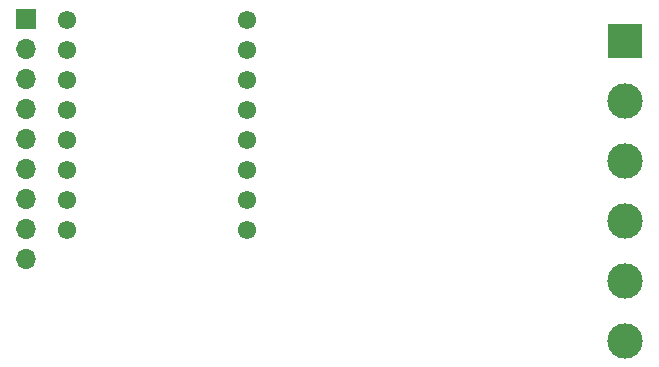
<source format=gbs>
G04 #@! TF.GenerationSoftware,KiCad,Pcbnew,6.0.11+dfsg-1*
G04 #@! TF.CreationDate,2026-01-16T17:50:55+01:00*
G04 #@! TF.ProjectId,bed-remote,6265642d-7265-46d6-9f74-652e6b696361,rev?*
G04 #@! TF.SameCoordinates,Original*
G04 #@! TF.FileFunction,Soldermask,Bot*
G04 #@! TF.FilePolarity,Negative*
%FSLAX46Y46*%
G04 Gerber Fmt 4.6, Leading zero omitted, Abs format (unit mm)*
G04 Created by KiCad (PCBNEW 6.0.11+dfsg-1) date 2026-01-16 17:50:55*
%MOMM*%
%LPD*%
G01*
G04 APERTURE LIST*
%ADD10R,1.700000X1.700000*%
%ADD11O,1.700000X1.700000*%
%ADD12R,3.000000X3.000000*%
%ADD13C,3.000000*%
%ADD14C,1.552000*%
G04 APERTURE END LIST*
D10*
X39220000Y-21460000D03*
D11*
X39220000Y-24000000D03*
X39220000Y-26540000D03*
X39220000Y-29080000D03*
X39220000Y-31620000D03*
X39220000Y-34160000D03*
X39220000Y-36700000D03*
X39220000Y-39240000D03*
X39220000Y-41780000D03*
D12*
X90000000Y-23300000D03*
D13*
X90000000Y-28380000D03*
X90000000Y-33460000D03*
X90000000Y-38540000D03*
X90000000Y-43620000D03*
X90000000Y-48700000D03*
D14*
X57920000Y-39330000D03*
X57920000Y-36790000D03*
X57920000Y-34250000D03*
X57920000Y-31710000D03*
X57920000Y-26630000D03*
X57920000Y-29170000D03*
X42680000Y-21550000D03*
X57920000Y-21550000D03*
X42680000Y-24090000D03*
X42680000Y-26630000D03*
X42680000Y-29170000D03*
X42680000Y-31710000D03*
X42680000Y-34250000D03*
X42680000Y-36790000D03*
X42680000Y-39330000D03*
X57920000Y-24090000D03*
M02*

</source>
